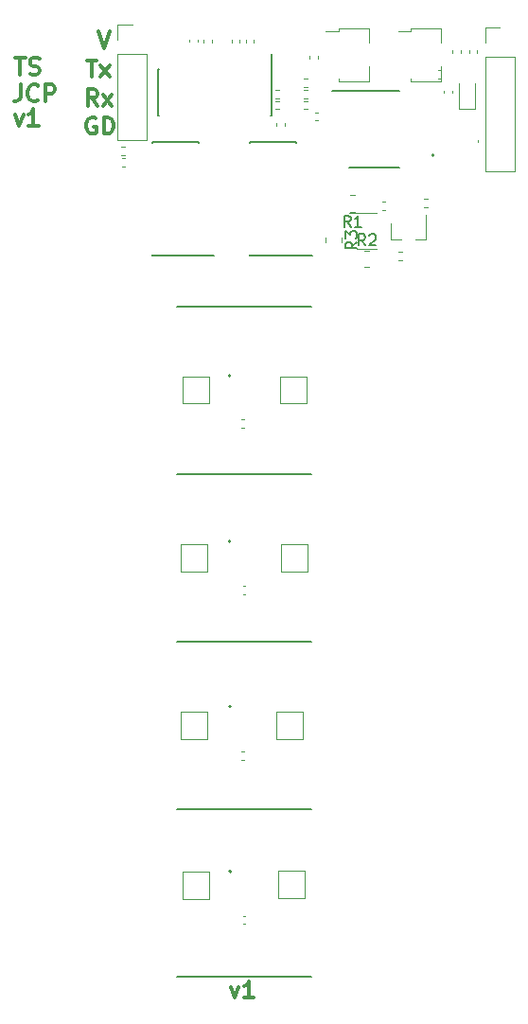
<source format=gbr>
G04 #@! TF.GenerationSoftware,KiCad,Pcbnew,(5.1.9)-1*
G04 #@! TF.CreationDate,2021-06-08T15:39:03+02:00*
G04 #@! TF.ProjectId,TempSpike,54656d70-5370-4696-9b65-2e6b69636164,rev?*
G04 #@! TF.SameCoordinates,Original*
G04 #@! TF.FileFunction,Legend,Top*
G04 #@! TF.FilePolarity,Positive*
%FSLAX46Y46*%
G04 Gerber Fmt 4.6, Leading zero omitted, Abs format (unit mm)*
G04 Created by KiCad (PCBNEW (5.1.9)-1) date 2021-06-08 15:39:03*
%MOMM*%
%LPD*%
G01*
G04 APERTURE LIST*
%ADD10C,0.300000*%
%ADD11C,0.200000*%
%ADD12C,0.120000*%
%ADD13C,0.150000*%
G04 APERTURE END LIST*
D10*
X138964285Y-43978571D02*
X139821428Y-43978571D01*
X139392857Y-45478571D02*
X139392857Y-43978571D01*
X140178571Y-45478571D02*
X140964285Y-44478571D01*
X140178571Y-44478571D02*
X140964285Y-45478571D01*
X132557142Y-43778571D02*
X133414285Y-43778571D01*
X132985714Y-45278571D02*
X132985714Y-43778571D01*
X133842857Y-45207142D02*
X134057142Y-45278571D01*
X134414285Y-45278571D01*
X134557142Y-45207142D01*
X134628571Y-45135714D01*
X134700000Y-44992857D01*
X134700000Y-44850000D01*
X134628571Y-44707142D01*
X134557142Y-44635714D01*
X134414285Y-44564285D01*
X134128571Y-44492857D01*
X133985714Y-44421428D01*
X133914285Y-44350000D01*
X133842857Y-44207142D01*
X133842857Y-44064285D01*
X133914285Y-43921428D01*
X133985714Y-43850000D01*
X134128571Y-43778571D01*
X134485714Y-43778571D01*
X134700000Y-43850000D01*
X140000000Y-41378571D02*
X140500000Y-42878571D01*
X141000000Y-41378571D01*
X139742857Y-49150000D02*
X139600000Y-49078571D01*
X139385714Y-49078571D01*
X139171428Y-49150000D01*
X139028571Y-49292857D01*
X138957142Y-49435714D01*
X138885714Y-49721428D01*
X138885714Y-49935714D01*
X138957142Y-50221428D01*
X139028571Y-50364285D01*
X139171428Y-50507142D01*
X139385714Y-50578571D01*
X139528571Y-50578571D01*
X139742857Y-50507142D01*
X139814285Y-50435714D01*
X139814285Y-49935714D01*
X139528571Y-49935714D01*
X140457142Y-50578571D02*
X140457142Y-49078571D01*
X140814285Y-49078571D01*
X141028571Y-49150000D01*
X141171428Y-49292857D01*
X141242857Y-49435714D01*
X141314285Y-49721428D01*
X141314285Y-49935714D01*
X141242857Y-50221428D01*
X141171428Y-50364285D01*
X141028571Y-50507142D01*
X140814285Y-50578571D01*
X140457142Y-50578571D01*
X139857142Y-48078571D02*
X139357142Y-47364285D01*
X139000000Y-48078571D02*
X139000000Y-46578571D01*
X139571428Y-46578571D01*
X139714285Y-46650000D01*
X139785714Y-46721428D01*
X139857142Y-46864285D01*
X139857142Y-47078571D01*
X139785714Y-47221428D01*
X139714285Y-47292857D01*
X139571428Y-47364285D01*
X139000000Y-47364285D01*
X140357142Y-48078571D02*
X141142857Y-47078571D01*
X140357142Y-47078571D02*
X141142857Y-48078571D01*
X133014285Y-46178571D02*
X133014285Y-47250000D01*
X132942857Y-47464285D01*
X132800000Y-47607142D01*
X132585714Y-47678571D01*
X132442857Y-47678571D01*
X134585714Y-47535714D02*
X134514285Y-47607142D01*
X134300000Y-47678571D01*
X134157142Y-47678571D01*
X133942857Y-47607142D01*
X133800000Y-47464285D01*
X133728571Y-47321428D01*
X133657142Y-47035714D01*
X133657142Y-46821428D01*
X133728571Y-46535714D01*
X133800000Y-46392857D01*
X133942857Y-46250000D01*
X134157142Y-46178571D01*
X134300000Y-46178571D01*
X134514285Y-46250000D01*
X134585714Y-46321428D01*
X135228571Y-47678571D02*
X135228571Y-46178571D01*
X135800000Y-46178571D01*
X135942857Y-46250000D01*
X136014285Y-46321428D01*
X136085714Y-46464285D01*
X136085714Y-46678571D01*
X136014285Y-46821428D01*
X135942857Y-46892857D01*
X135800000Y-46964285D01*
X135228571Y-46964285D01*
X132528571Y-48878571D02*
X132885714Y-49878571D01*
X133242857Y-48878571D01*
X134600000Y-49878571D02*
X133742857Y-49878571D01*
X134171428Y-49878571D02*
X134171428Y-48378571D01*
X134028571Y-48592857D01*
X133885714Y-48735714D01*
X133742857Y-48807142D01*
D11*
X147000000Y-66000000D02*
X159000000Y-66000000D01*
D10*
X151828571Y-126878571D02*
X152185714Y-127878571D01*
X152542857Y-126878571D01*
X153900000Y-127878571D02*
X153042857Y-127878571D01*
X153471428Y-127878571D02*
X153471428Y-126378571D01*
X153328571Y-126592857D01*
X153185714Y-126735714D01*
X153042857Y-126807142D01*
D11*
X147000000Y-81000000D02*
X159000000Y-81000000D01*
X147000000Y-96000000D02*
X159000000Y-96000000D01*
X159000000Y-111000000D02*
X147000000Y-111000000D01*
X147000000Y-126000000D02*
X159000000Y-126000000D01*
D12*
X142036359Y-52480000D02*
X142343641Y-52480000D01*
X142036359Y-51720000D02*
X142343641Y-51720000D01*
X158336359Y-45620000D02*
X158643641Y-45620000D01*
X158336359Y-46380000D02*
X158643641Y-46380000D01*
X158346359Y-48380000D02*
X158653641Y-48380000D01*
X158346359Y-47620000D02*
X158653641Y-47620000D01*
X142056359Y-52720000D02*
X142363641Y-52720000D01*
X142056359Y-53480000D02*
X142363641Y-53480000D01*
X155836359Y-48380000D02*
X156143641Y-48380000D01*
X155836359Y-47620000D02*
X156143641Y-47620000D01*
X158346359Y-47380000D02*
X158653641Y-47380000D01*
X158346359Y-46620000D02*
X158653641Y-46620000D01*
X155836359Y-46620000D02*
X156143641Y-46620000D01*
X155836359Y-47380000D02*
X156143641Y-47380000D01*
D13*
X148945000Y-61445000D02*
X148945000Y-61420000D01*
X144795000Y-61445000D02*
X144795000Y-61340000D01*
X144795000Y-51295000D02*
X144795000Y-51400000D01*
X148945000Y-51295000D02*
X148945000Y-51400000D01*
X148945000Y-61445000D02*
X144795000Y-61445000D01*
X148945000Y-51295000D02*
X144795000Y-51295000D01*
X148945000Y-61420000D02*
X150320000Y-61420000D01*
X157695000Y-61445000D02*
X157695000Y-61420000D01*
X153545000Y-61445000D02*
X153545000Y-61340000D01*
X153545000Y-51295000D02*
X153545000Y-51400000D01*
X157695000Y-51295000D02*
X157695000Y-51400000D01*
X157695000Y-61445000D02*
X153545000Y-61445000D01*
X157695000Y-51295000D02*
X153545000Y-51295000D01*
X157695000Y-61420000D02*
X159070000Y-61420000D01*
D12*
X141672000Y-51106000D02*
X144332000Y-51106000D01*
X141672000Y-43426000D02*
X141672000Y-51106000D01*
X144332000Y-43426000D02*
X144332000Y-51106000D01*
X141672000Y-43426000D02*
X144332000Y-43426000D01*
X141672000Y-42156000D02*
X141672000Y-40826000D01*
X141672000Y-40826000D02*
X143002000Y-40826000D01*
X174565000Y-53884000D02*
X177225000Y-53884000D01*
X174565000Y-43664000D02*
X174565000Y-53884000D01*
X177225000Y-43664000D02*
X177225000Y-53884000D01*
X174565000Y-43664000D02*
X177225000Y-43664000D01*
X174565000Y-42394000D02*
X174565000Y-41064000D01*
X174565000Y-41064000D02*
X175895000Y-41064000D01*
D11*
X169998898Y-52484440D02*
G75*
G03*
X169998898Y-52484440I-90018J0D01*
G01*
D12*
X171610000Y-46905336D02*
X171610000Y-46689664D01*
X170890000Y-46905336D02*
X170890000Y-46689664D01*
X173880000Y-43367641D02*
X173880000Y-43060359D01*
X173120000Y-43367641D02*
X173120000Y-43060359D01*
X167143641Y-61880000D02*
X166836359Y-61880000D01*
X167143641Y-61120000D02*
X166836359Y-61120000D01*
X172210000Y-46024000D02*
X172210000Y-48309000D01*
X172210000Y-48309000D02*
X173680000Y-48309000D01*
X173680000Y-48309000D02*
X173680000Y-46024000D01*
X173890000Y-51122164D02*
X173890000Y-51337836D01*
X174610000Y-51122164D02*
X174610000Y-51337836D01*
X164160000Y-44550000D02*
X164160000Y-45860000D01*
X164160000Y-45860000D02*
X161440000Y-45860000D01*
X160300000Y-41370000D02*
X161440000Y-41370000D01*
X164160000Y-41140000D02*
X164160000Y-42450000D01*
X161440000Y-41140000D02*
X164160000Y-41140000D01*
X161440000Y-41140000D02*
X161440000Y-41370000D01*
X161440000Y-45860000D02*
X161440000Y-45630000D01*
X148860000Y-42337836D02*
X148860000Y-42122164D01*
X148140000Y-42337836D02*
X148140000Y-42122164D01*
X165372164Y-57360000D02*
X165587836Y-57360000D01*
X165372164Y-56640000D02*
X165587836Y-56640000D01*
D13*
X155430000Y-44795000D02*
X155430000Y-43420000D01*
X145305000Y-44795000D02*
X145305000Y-48945000D01*
X155455000Y-44795000D02*
X155455000Y-48945000D01*
X145305000Y-44795000D02*
X145410000Y-44795000D01*
X145305000Y-48945000D02*
X145410000Y-48945000D01*
X155455000Y-48945000D02*
X155350000Y-48945000D01*
X155455000Y-44795000D02*
X155430000Y-44795000D01*
X162415000Y-53605000D02*
X166865000Y-53605000D01*
X160890000Y-46705000D02*
X166865000Y-46705000D01*
D12*
X153140000Y-42377836D02*
X153140000Y-42162164D01*
X153860000Y-42377836D02*
X153860000Y-42162164D01*
X152610000Y-42162164D02*
X152610000Y-42377836D01*
X151890000Y-42162164D02*
X151890000Y-42377836D01*
X171640000Y-43096664D02*
X171640000Y-43312336D01*
X172360000Y-43096664D02*
X172360000Y-43312336D01*
X149390000Y-42162164D02*
X149390000Y-42377836D01*
X150110000Y-42162164D02*
X150110000Y-42377836D01*
X156610000Y-49622164D02*
X156610000Y-49837836D01*
X155890000Y-49622164D02*
X155890000Y-49837836D01*
X159587836Y-49360000D02*
X159372164Y-49360000D01*
X159587836Y-48640000D02*
X159372164Y-48640000D01*
X147300000Y-104700000D02*
X147300000Y-102300000D01*
X149700000Y-104700000D02*
X147300000Y-104700000D01*
X149700000Y-102300000D02*
X149700000Y-104700000D01*
X147300000Y-102300000D02*
X149700000Y-102300000D01*
X147517000Y-116620000D02*
X149917000Y-116620000D01*
X149917000Y-116620000D02*
X149917000Y-119020000D01*
X149917000Y-119020000D02*
X147517000Y-119020000D01*
X147517000Y-119020000D02*
X147517000Y-116620000D01*
X156310000Y-89700000D02*
X156310000Y-87300000D01*
X158710000Y-89700000D02*
X156310000Y-89700000D01*
X158710000Y-87300000D02*
X158710000Y-89700000D01*
X156310000Y-87300000D02*
X158710000Y-87300000D01*
X147300000Y-87300000D02*
X149700000Y-87300000D01*
X149700000Y-87300000D02*
X149700000Y-89700000D01*
X149700000Y-89700000D02*
X147300000Y-89700000D01*
X147300000Y-89700000D02*
X147300000Y-87300000D01*
X156026000Y-118929000D02*
X156026000Y-116529000D01*
X158426000Y-118929000D02*
X156026000Y-118929000D01*
X158426000Y-116529000D02*
X158426000Y-118929000D01*
X156026000Y-116529000D02*
X158426000Y-116529000D01*
X155899000Y-102300000D02*
X158299000Y-102300000D01*
X158299000Y-102300000D02*
X158299000Y-104700000D01*
X158299000Y-104700000D02*
X155899000Y-104700000D01*
X155899000Y-104700000D02*
X155899000Y-102300000D01*
X156200000Y-74700000D02*
X156200000Y-72300000D01*
X158600000Y-74700000D02*
X156200000Y-74700000D01*
X158600000Y-72300000D02*
X158600000Y-74700000D01*
X156200000Y-72300000D02*
X158600000Y-72300000D01*
X147500000Y-72300000D02*
X149900000Y-72300000D01*
X149900000Y-72300000D02*
X149900000Y-74700000D01*
X149900000Y-74700000D02*
X147500000Y-74700000D01*
X147500000Y-74700000D02*
X147500000Y-72300000D01*
D11*
X151855578Y-116558880D02*
G75*
G03*
X151855578Y-116558880I-90018J0D01*
G01*
X151805578Y-87018880D02*
G75*
G03*
X151805578Y-87018880I-90018J0D01*
G01*
X151811078Y-72218880D02*
G75*
G03*
X151811078Y-72218880I-90018J0D01*
G01*
X151815578Y-101818880D02*
G75*
G03*
X151815578Y-101818880I-90018J0D01*
G01*
D12*
X153107836Y-121260000D02*
X152892164Y-121260000D01*
X153107836Y-120540000D02*
X152892164Y-120540000D01*
X153107836Y-91760000D02*
X152892164Y-91760000D01*
X153107836Y-91040000D02*
X152892164Y-91040000D01*
X153007836Y-76860000D02*
X152792164Y-76860000D01*
X153007836Y-76140000D02*
X152792164Y-76140000D01*
X153007836Y-105840000D02*
X152792164Y-105840000D01*
X153007836Y-106560000D02*
X152792164Y-106560000D01*
X159610000Y-43837836D02*
X159610000Y-43622164D01*
X158890000Y-43837836D02*
X158890000Y-43622164D01*
X170372164Y-44890000D02*
X170587836Y-44890000D01*
X170372164Y-45610000D02*
X170587836Y-45610000D01*
X166120000Y-60010000D02*
X167050000Y-60010000D01*
X169280000Y-60010000D02*
X168350000Y-60010000D01*
X169280000Y-60010000D02*
X169280000Y-57850000D01*
X166120000Y-60010000D02*
X166120000Y-58550000D01*
X163100000Y-60860000D02*
X164900000Y-60860000D01*
X164900000Y-57640000D02*
X162450000Y-57640000D01*
X170660000Y-44550000D02*
X170660000Y-45860000D01*
X170660000Y-45860000D02*
X167940000Y-45860000D01*
X166800000Y-41370000D02*
X167940000Y-41370000D01*
X170660000Y-41140000D02*
X170660000Y-42450000D01*
X167940000Y-41140000D02*
X170660000Y-41140000D01*
X167940000Y-41140000D02*
X167940000Y-41370000D01*
X167940000Y-45860000D02*
X167940000Y-45630000D01*
X169443641Y-56420000D02*
X169136359Y-56420000D01*
X169443641Y-57180000D02*
X169136359Y-57180000D01*
X162939564Y-56065000D02*
X162485436Y-56065000D01*
X162939564Y-57535000D02*
X162485436Y-57535000D01*
X163772936Y-61015000D02*
X164227064Y-61015000D01*
X163772936Y-62485000D02*
X164227064Y-62485000D01*
X160265000Y-59860436D02*
X160265000Y-60314564D01*
X161735000Y-59860436D02*
X161735000Y-60314564D01*
D13*
X162545833Y-58902380D02*
X162212500Y-58426190D01*
X161974404Y-58902380D02*
X161974404Y-57902380D01*
X162355357Y-57902380D01*
X162450595Y-57950000D01*
X162498214Y-57997619D01*
X162545833Y-58092857D01*
X162545833Y-58235714D01*
X162498214Y-58330952D01*
X162450595Y-58378571D01*
X162355357Y-58426190D01*
X161974404Y-58426190D01*
X163498214Y-58902380D02*
X162926785Y-58902380D01*
X163212500Y-58902380D02*
X163212500Y-57902380D01*
X163117261Y-58045238D01*
X163022023Y-58140476D01*
X162926785Y-58188095D01*
X163833333Y-60552380D02*
X163500000Y-60076190D01*
X163261904Y-60552380D02*
X163261904Y-59552380D01*
X163642857Y-59552380D01*
X163738095Y-59600000D01*
X163785714Y-59647619D01*
X163833333Y-59742857D01*
X163833333Y-59885714D01*
X163785714Y-59980952D01*
X163738095Y-60028571D01*
X163642857Y-60076190D01*
X163261904Y-60076190D01*
X164214285Y-59647619D02*
X164261904Y-59600000D01*
X164357142Y-59552380D01*
X164595238Y-59552380D01*
X164690476Y-59600000D01*
X164738095Y-59647619D01*
X164785714Y-59742857D01*
X164785714Y-59838095D01*
X164738095Y-59980952D01*
X164166666Y-60552380D01*
X164785714Y-60552380D01*
X163102380Y-60254166D02*
X162626190Y-60587500D01*
X163102380Y-60825595D02*
X162102380Y-60825595D01*
X162102380Y-60444642D01*
X162150000Y-60349404D01*
X162197619Y-60301785D01*
X162292857Y-60254166D01*
X162435714Y-60254166D01*
X162530952Y-60301785D01*
X162578571Y-60349404D01*
X162626190Y-60444642D01*
X162626190Y-60825595D01*
X162102380Y-59920833D02*
X162102380Y-59301785D01*
X162483333Y-59635119D01*
X162483333Y-59492261D01*
X162530952Y-59397023D01*
X162578571Y-59349404D01*
X162673809Y-59301785D01*
X162911904Y-59301785D01*
X163007142Y-59349404D01*
X163054761Y-59397023D01*
X163102380Y-59492261D01*
X163102380Y-59777976D01*
X163054761Y-59873214D01*
X163007142Y-59920833D01*
M02*

</source>
